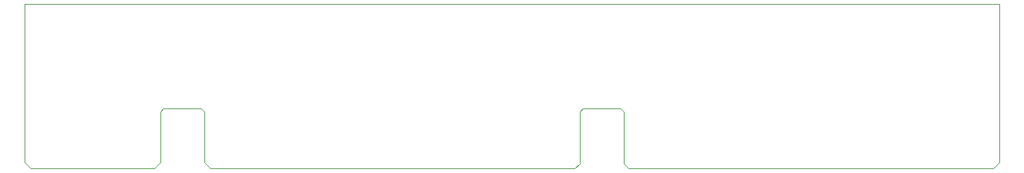
<source format=gm1>
G04 #@! TF.GenerationSoftware,KiCad,Pcbnew,5.1.5*
G04 #@! TF.CreationDate,2020-05-28T21:48:18+02:00*
G04 #@! TF.ProjectId,PIV_FliFi_Slot,5049565f-466c-4694-9669-5f536c6f742e,rev?*
G04 #@! TF.SameCoordinates,Original*
G04 #@! TF.FileFunction,Profile,NP*
%FSLAX46Y46*%
G04 Gerber Fmt 4.6, Leading zero omitted, Abs format (unit mm)*
G04 Created by KiCad (PCBNEW 5.1.5) date 2020-05-28 21:48:18*
%MOMM*%
%LPD*%
G04 APERTURE LIST*
%ADD10C,0.050000*%
G04 APERTURE END LIST*
D10*
X176784000Y-85090000D02*
X176403000Y-84709000D01*
X171196000Y-85090000D02*
X171577000Y-84709000D01*
X123444000Y-85090000D02*
X123063000Y-84709000D01*
X117856000Y-85090000D02*
X118237000Y-84709000D01*
X100584000Y-71374000D02*
X224536000Y-71374000D01*
X118237000Y-84709000D02*
X123063000Y-84709000D01*
X224536000Y-91567000D02*
X224536000Y-71374000D01*
X223774000Y-92329000D02*
X224536000Y-91567000D01*
X177419000Y-92329000D02*
X223774000Y-92329000D01*
X176784000Y-91694000D02*
X177419000Y-92329000D01*
X176784000Y-85090000D02*
X176784000Y-91694000D01*
X171577000Y-84709000D02*
X176403000Y-84709000D01*
X171196000Y-91694000D02*
X171196000Y-85090000D01*
X170561000Y-92329000D02*
X171196000Y-91694000D01*
X124206000Y-92329000D02*
X170561000Y-92329000D01*
X123444000Y-91567000D02*
X124206000Y-92329000D01*
X123444000Y-91567000D02*
X123444000Y-85090000D01*
X100584000Y-91567000D02*
X101346000Y-92329000D01*
X100584000Y-91567000D02*
X100584000Y-71374000D01*
X117856000Y-91567000D02*
X117094000Y-92329000D01*
X117856000Y-91567000D02*
X117856000Y-85090000D01*
X101346000Y-92329000D02*
X117094000Y-92329000D01*
M02*

</source>
